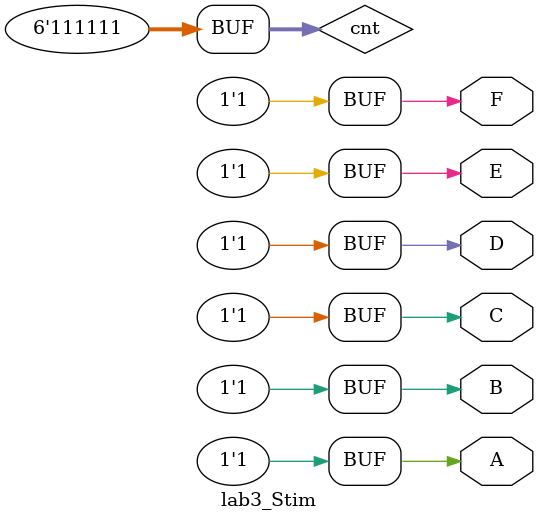
<source format=v>
module lab3_Stim(A, B, C, D, E, F); 

	output A, B, C, D, E, F;

    parameter delay = 100;

    // Used for creating six-input binary test 
    reg [5:0] cnt;

    //initial begin
        //cnt = 0;
        // repeat (64) means do the function 64 times
        // Similar: for(i=0; i < 64; i++) 
		//repeat (64) begin
			//#delay cnt=cnt+1;
        //end
    //end
	
    initial begin
        cnt = 63;
        // repeat (64) means do the function 64 times
        // Similar: for(i=63; i >= 0; i--) 
		repeat (64) begin
			#delay cnt=cnt-1;
        end
    end

    // Automaticaly convert 'cnt' this to binary
    // 0 -> A = '0', B = '0'
    // 1 -> A = '0', B = '1'... and so on. 
    assign {A,B,C,D,E,F} = cnt;

endmodule
</source>
